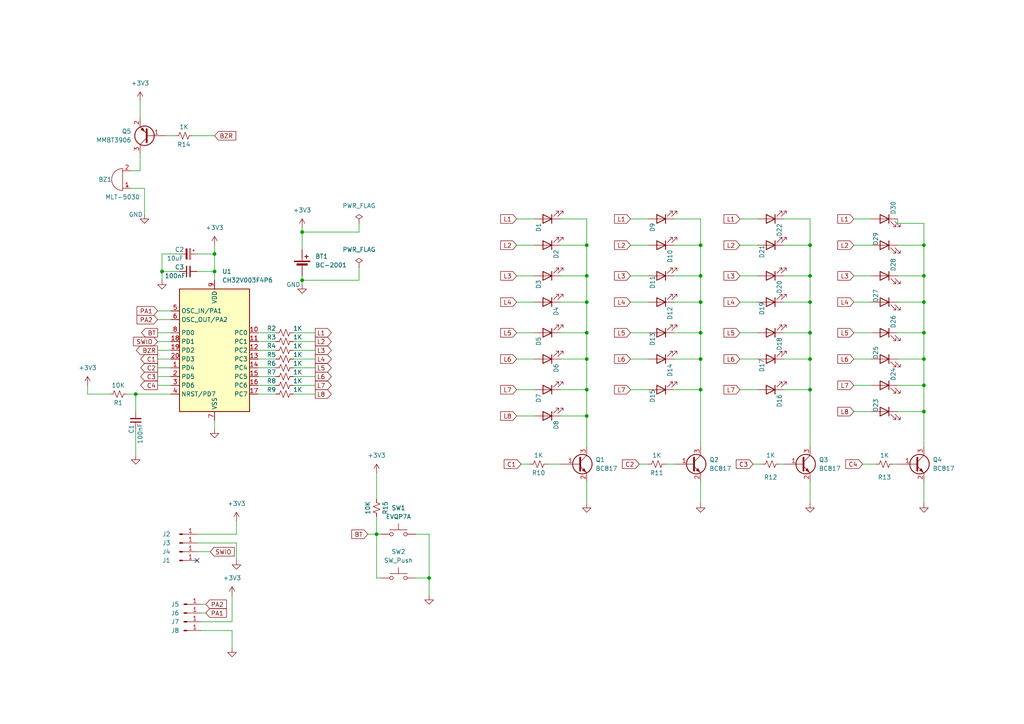
<source format=kicad_sch>
(kicad_sch (version 20230121) (generator eeschema)
  (paper "A4")
  (title_block (title "Christmas Ball") (date "2023-11-22") (rev "1.1") (company "Franzininho") (comment 1 "Fabio Souza"))
  (lib_symbols
    (symbol "Connector:Conn_01x01_Pin" (pin_names (offset 1.016) hide)
      (property "Reference" "J" (at 0 2.54 0))
      (property "Value" "Conn_01x01_Pin" (at 0 -2.54 0))
      (symbol "Conn_01x01_Pin_1_1"
        (polyline (pts (xy 1.27 0) (xy 0.8636 0)) (stroke (width 0.1524)))
        (rectangle (start 0.8636 0.127) (end 0 -0.127) (stroke (width 0.1524)) (fill (type outline)))
        (pin passive line (at 5.08 0 180) (length 3.81) (name "Pin_1") (number "1"))
      )
    )
    (symbol "Device:Battery_Cell" (pin_numbers hide) (pin_names (offset 0) hide)
      (property "Reference" "BT" (at 2.54 2.54 0))
      (property "Value" "Battery_Cell" (at 2.54 0 0))
      (symbol "Battery_Cell_0_1"
        (rectangle (start -2.286 1.778) (end 2.286 1.524) (fill (type outline)))
        (rectangle (start -1.524 1.016) (end 1.524 0.508) (fill (type outline)))
        (polyline (pts (xy 0 0.762) (xy 0 0)))
        (polyline (pts (xy 0 1.778) (xy 0 2.54)))
        (polyline (pts (xy 0.762 3.048) (xy 1.778 3.048)) (stroke (width 0.254)))
        (polyline (pts (xy 1.27 3.556) (xy 1.27 2.54)) (stroke (width 0.254)))
      )
      (symbol "Battery_Cell_1_1"
        (pin passive line (at 0 5.08 270) (length 2.54) (name "+") (number "1"))
        (pin passive line (at 0 -2.54 90) (length 2.54) (name "-") (number "2"))
      )
    )
    (symbol "Device:Buzzer" (pin_names (offset 0.0254) hide)
      (property "Reference" "BZ" (at 3.81 1.27 0))
      (property "Value" "Buzzer" (at 3.81 -1.27 0))
      (symbol "Buzzer_0_1"
        (arc (start 0 -3.175) (mid 3.1612 0) (end 0 3.175))
        (polyline (pts (xy -1.651 1.905) (xy -1.143 1.905)))
        (polyline (pts (xy -1.397 2.159) (xy -1.397 1.651)))
        (polyline (pts (xy 0 3.175) (xy 0 -3.175)))
      )
      (symbol "Buzzer_1_1"
        (pin passive line (at -2.54 2.54 0) (length 2.54) (name "-") (number "1"))
        (pin passive line (at -2.54 -2.54 0) (length 2.54) (name "+") (number "2"))
      )
    )
    (symbol "Device:C_Polarized_Small" (pin_numbers hide) (pin_names (offset 0.254) hide)
      (property "Reference" "C" (at 0.254 1.778 0))
      (property "Value" "C_Polarized_Small" (at 0.254 -2.032 0))
      (symbol "C_Polarized_Small_0_1"
        (rectangle (start -1.524 -0.3048) (end 1.524 -0.6858) (fill (type outline)))
        (rectangle (start -1.524 0.6858) (end 1.524 0.3048))
        (polyline (pts (xy -1.27 1.524) (xy -0.762 1.524)))
        (polyline (pts (xy -1.016 1.27) (xy -1.016 1.778)))
      )
      (symbol "C_Polarized_Small_1_1"
        (pin passive line (at 0 2.54 270) (length 1.8542) (name "~") (number "1"))
        (pin passive line (at 0 -2.54 90) (length 1.8542) (name "~") (number "2"))
      )
    )
    (symbol "Device:C_Small" (pin_numbers hide) (pin_names (offset 0.254) hide)
      (property "Reference" "C" (at 0.254 1.778 0))
      (property "Value" "C_Small" (at 0.254 -2.032 0))
      (symbol "C_Small_0_1"
        (polyline (pts (xy -1.524 -0.508) (xy 1.524 -0.508)) (stroke (width 0.3302)))
        (polyline (pts (xy -1.524 0.508) (xy 1.524 0.508)) (stroke (width 0.3048)))
      )
      (symbol "C_Small_1_1"
        (pin passive line (at 0 2.54 270) (length 2.032) (name "~") (number "1"))
        (pin passive line (at 0 -2.54 90) (length 2.032) (name "~") (number "2"))
      )
    )
    (symbol "Device:LED" (pin_numbers hide) (pin_names (offset 1.016) hide)
      (property "Reference" "D" (at 0 2.54 0))
      (property "Value" "LED" (at 0 -2.54 0))
      (symbol "LED_0_1"
        (polyline (pts (xy -1.27 -1.27) (xy -1.27 1.27)) (stroke (width 0.254)))
        (polyline (pts (xy -1.27 0) (xy 1.27 0)))
        (polyline (pts (xy 1.27 -1.27) (xy 1.27 1.27) (xy -1.27 0) (xy 1.27 -1.27)) (stroke (width 0.254)))
        (polyline (pts (xy -3.048 -0.762) (xy -4.572 -2.286) (xy -3.81 -2.286) (xy -4.572 -2.286) (xy -4.572 -1.524)))
        (polyline (pts (xy -1.778 -0.762) (xy -3.302 -2.286) (xy -2.54 -2.286) (xy -3.302 -2.286) (xy -3.302 -1.524)))
      )
      (symbol "LED_1_1"
        (pin passive line (at -3.81 0 0) (length 2.54) (name "K") (number "1"))
        (pin passive line (at 3.81 0 180) (length 2.54) (name "A") (number "2"))
      )
    )
    (symbol "Device:R_Small_US" (pin_numbers hide) (pin_names (offset 0.254) hide)
      (property "Reference" "R" (at 0.762 0.508 0))
      (property "Value" "R_Small_US" (at 0.762 -1.016 0))
      (symbol "R_Small_US_1_1"
        (polyline (pts (xy 0 0) (xy 1.016 -0.381) (xy 0 -0.762) (xy -1.016 -1.143) (xy 0 -1.524)))
        (polyline (pts (xy 0 1.524) (xy 1.016 1.143) (xy 0 0.762) (xy -1.016 0.381) (xy 0 0)))
        (pin passive line (at 0 2.54 270) (length 1.016) (name "~") (number "1"))
        (pin passive line (at 0 -2.54 90) (length 1.016) (name "~") (number "2"))
      )
    )
    (symbol "Switch:SW_Push" (pin_numbers hide) (pin_names (offset 1.016) hide)
      (property "Reference" "SW" (at 1.27 2.54 0))
      (property "Value" "SW_Push" (at 0 -1.524 0))
      (symbol "SW_Push_0_1"
        (circle (center -2.032 0) (radius 0.508))
        (polyline (pts (xy 0 1.27) (xy 0 3.048)))
        (polyline (pts (xy 2.54 1.27) (xy -2.54 1.27)))
        (circle (center 2.032 0) (radius 0.508))
        (pin passive line (at -5.08 0 0) (length 2.54) (name "1") (number "1"))
        (pin passive line (at 5.08 0 180) (length 2.54) (name "2") (number "2"))
      )
    )
    (symbol "Transistor_BJT:BC817" (pin_names (offset 0) hide)
      (property "Reference" "Q" (at 5.08 1.905 0))
      (property "Value" "BC817" (at 5.08 0 0))
      (symbol "BC817_0_1"
        (polyline (pts (xy 0.635 0.635) (xy 2.54 2.54)))
        (polyline (pts (xy 0.635 -0.635) (xy 2.54 -2.54) (xy 2.54 -2.54)))
        (polyline (pts (xy 0.635 1.905) (xy 0.635 -1.905) (xy 0.635 -1.905)) (stroke (width 0.508)))
        (polyline (pts (xy 1.27 -1.778) (xy 1.778 -1.27) (xy 2.286 -2.286) (xy 1.27 -1.778) (xy 1.27 -1.778)) (fill (type outline)))
        (circle (center 1.27 0) (radius 2.8194) (stroke (width 0.254)))
      )
      (symbol "BC817_1_1"
        (pin input line (at -5.08 0 0) (length 5.715) (name "B") (number "1"))
        (pin passive line (at 2.54 -5.08 90) (length 2.54) (name "E") (number "2"))
        (pin passive line (at 2.54 5.08 270) (length 2.54) (name "C") (number "3"))
      )
    )
    (symbol "Transistor_BJT:MMBT3906" (pin_names (offset 0) hide)
      (property "Reference" "Q" (at 5.08 1.905 0))
      (property "Value" "MMBT3906" (at 5.08 0 0))
      (symbol "MMBT3906_0_1"
        (polyline (pts (xy 0.635 0.635) (xy 2.54 2.54)))
        (polyline (pts (xy 0.635 -0.635) (xy 2.54 -2.54) (xy 2.54 -2.54)))
        (polyline (pts (xy 0.635 1.905) (xy 0.635 -1.905) (xy 0.635 -1.905)) (stroke (width 0.508)))
        (polyline (pts (xy 2.286 -1.778) (xy 1.778 -2.286) (xy 1.27 -1.27) (xy 2.286 -1.778) (xy 2.286 -1.778)) (fill (type outline)))
        (circle (center 1.27 0) (radius 2.8194) (stroke (width 0.254)))
      )
      (symbol "MMBT3906_1_1"
        (pin input line (at -5.08 0 0) (length 5.715) (name "B") (number "1"))
        (pin passive line (at 2.54 -5.08 90) (length 2.54) (name "E") (number "2"))
        (pin passive line (at 2.54 5.08 270) (length 2.54) (name "C") (number "3"))
      )
    )
    (symbol "power:+3V3" (power) (pin_names (offset 0))
      (property "Value" "+3V3" (at 0 3.556 0))
      (symbol "+3V3_0_1"
        (polyline (pts (xy -0.762 1.27) (xy 0 2.54)))
        (polyline (pts (xy 0 0) (xy 0 2.54)))
        (polyline (pts (xy 0 2.54) (xy 0.762 1.27)))
      )
      (symbol "+3V3_1_1"
        (pin power_in line (at 0 0 90) (length 0) hide (name "+3V3") (number "1"))
      )
    )
    (symbol "power:GND" (power) (pin_names (offset 0))
      (property "Value" "GND" (at 0 -3.81 0))
      (symbol "GND_0_1"
        (polyline (pts (xy 0 0) (xy 0 -1.27) (xy 1.27 -1.27) (xy 0 -2.54) (xy -1.27 -1.27) (xy 0 -1.27)))
      )
      (symbol "GND_1_1"
        (pin power_in line (at 0 0 270) (length 0) hide (name "GND") (number "1"))
      )
    )
    (symbol "power:PWR_FLAG" (power) (pin_numbers hide) (pin_names (offset 0) hide)
      (property "Value" "PWR_FLAG" (at 0 3.81 0))
      (symbol "PWR_FLAG_0_0"
        (pin power_out line (at 0 0 90) (length 0) (name "pwr") (number "1"))
      )
      (symbol "PWR_FLAG_0_1"
        (polyline (pts (xy 0 0) (xy 0 1.27) (xy -1.016 1.905) (xy 0 2.54) (xy 1.016 1.905) (xy 0 1.27)))
      )
    )
    (symbol "wch_mcu:CH32V003F4P6"
      (property "Reference" "U" (at 15.24 -24.13 0))
      (property "Value" "CH32V003F4P6" (at 16.51 -21.59 0))
      (symbol "CH32V003F4P6_0_1"
        (rectangle (start -10.16 17.78) (end 10.16 -17.78) (stroke (width 0.254)) (fill (type background)))
      )
      (symbol "CH32V003F4P6_1_1"
        (pin bidirectional line (at -12.7 -5.08 0) (length 2.54) (name "PD4") (number "1"))
        (pin bidirectional line (at 12.7 5.08 180) (length 2.54) (name "PC0") (number "10"))
        (pin bidirectional line (at 12.7 2.54 180) (length 2.54) (name "PC1") (number "11"))
        (pin bidirectional line (at 12.7 0 180) (length 2.54) (name "PC2") (number "12"))
        (pin bidirectional line (at 12.7 -2.54 180) (length 2.54) (name "PC3") (number "13"))
        (pin bidirectional line (at 12.7 -5.08 180) (length 2.54) (name "PC4") (number "14"))
        (pin bidirectional line (at 12.7 -7.62 180) (length 2.54) (name "PC5") (number "15"))
        (pin bidirectional line (at 12.7 -10.16 180) (length 2.54) (name "PC6") (number "16"))
        (pin bidirectional line (at 12.7 -12.7 180) (length 2.54) (name "PC7") (number "17"))
        (pin bidirectional line (at -12.7 2.54 0) (length 2.54) (name "PD1") (number "18"))
        (pin bidirectional line (at -12.7 0 0) (length 2.54) (name "PD2") (number "19"))
        (pin bidirectional line (at -12.7 -7.62 0) (length 2.54) (name "PD5") (number "2"))
        (pin bidirectional line (at -12.7 -2.54 0) (length 2.54) (name "PD3") (number "20"))
        (pin bidirectional line (at -12.7 -10.16 0) (length 2.54) (name "PD6") (number "3"))
        (pin input line (at -12.7 -12.7 0) (length 2.54) (name "NRST/PD7") (number "4"))
        (pin input line (at -12.7 11.43 0) (length 2.54) (name "OSC_IN/PA1") (number "5"))
        (pin input line (at -12.7 8.89 0) (length 2.54) (name "OSC_OUT/PA2") (number "6"))
        (pin power_in line (at 0 -20.32 90) (length 2.54) (name "VSS") (number "7"))
        (pin bidirectional line (at -12.7 5.08 0) (length 2.54) (name "PD0") (number "8"))
        (pin power_in line (at 0 20.32 270) (length 2.54) (name "VDD") (number "9"))
      )
    )
  )
  (junction (at 62.23 73.66))
  (junction (at 170.18 120.65))
  (junction (at 203.2 96.52))
  (junction (at 267.97 96.52))
  (junction (at 124.46 167.64))
  (junction (at 234.95 71.12))
  (junction (at 87.63 67.31))
  (junction (at 267.97 87.63))
  (junction (at 46.99 78.74))
  (junction (at 234.95 104.14))
  (junction (at 39.37 114.3))
  (junction (at 234.95 96.52))
  (junction (at 203.2 87.63))
  (junction (at 170.18 104.14))
  (junction (at 267.97 80.01))
  (junction (at 170.18 96.52))
  (junction (at 203.2 113.03))
  (junction (at 87.63 81.28))
  (junction (at 170.18 113.03))
  (junction (at 170.18 71.12))
  (junction (at 234.95 87.63))
  (junction (at 203.2 71.12))
  (junction (at 267.97 71.12))
  (junction (at 109.22 154.94))
  (junction (at 234.95 80.01))
  (junction (at 203.2 80.01))
  (junction (at 62.23 78.74))
  (junction (at 267.97 119.38))
  (junction (at 170.18 80.01))
  (junction (at 267.97 104.14))
  (junction (at 267.97 111.76))
  (junction (at 170.18 87.63))
  (junction (at 234.95 113.03))
  (junction (at 203.2 104.14))
  (no_connect (at 57.15 162.56))
  (wire (pts (xy 234.95 63.5) (xy 234.95 71.12)))
  (wire (pts (xy 234.95 104.14) (xy 234.95 113.03)))
  (wire (pts (xy 182.88 71.12) (xy 187.96 71.12)))
  (wire (pts (xy 67.31 182.88) (xy 58.42 182.88)))
  (wire (pts (xy 62.23 39.37) (xy 55.88 39.37)))
  (wire (pts (xy 68.58 157.48) (xy 68.58 162.56)))
  (wire (pts (xy 195.58 80.01) (xy 203.2 80.01)))
  (wire (pts (xy 124.46 154.94) (xy 120.65 154.94)))
  (wire (pts (xy 227.33 104.14) (xy 234.95 104.14)))
  (wire (pts (xy 45.72 92.71) (xy 49.53 92.71)))
  (wire (pts (xy 45.72 90.17) (xy 49.53 90.17)))
  (wire (pts (xy 227.33 87.63) (xy 234.95 87.63)))
  (wire (pts (xy 195.58 71.12) (xy 203.2 71.12)))
  (wire (pts (xy 267.97 80.01) (xy 267.97 87.63)))
  (wire (pts (xy 74.93 101.6) (xy 80.01 101.6)))
  (wire (pts (xy 214.63 63.5) (xy 219.71 63.5)))
  (wire (pts (xy 214.63 71.12) (xy 219.71 71.12)))
  (wire (pts (xy 74.93 96.52) (xy 80.01 96.52)))
  (wire (pts (xy 195.58 113.03) (xy 203.2 113.03)))
  (wire (pts (xy 87.63 80.01) (xy 87.63 81.28)))
  (wire (pts (xy 234.95 71.12) (xy 234.95 80.01)))
  (wire (pts (xy 87.63 81.28) (xy 87.63 82.55)))
  (wire (pts (xy 62.23 124.46) (xy 62.23 121.92)))
  (wire (pts (xy 106.68 154.94) (xy 109.22 154.94)))
  (wire (pts (xy 45.72 109.22) (xy 49.53 109.22)))
  (wire (pts (xy 170.18 120.65) (xy 170.18 129.54)))
  (wire (pts (xy 182.88 80.01) (xy 187.96 80.01)))
  (wire (pts (xy 85.09 109.22) (xy 91.44 109.22)))
  (wire (pts (xy 234.95 80.01) (xy 234.95 87.63)))
  (wire (pts (xy 214.63 113.03) (xy 219.71 113.03)))
  (wire (pts (xy 260.35 96.52) (xy 267.97 96.52)))
  (wire (pts (xy 260.35 111.76) (xy 267.97 111.76)))
  (wire (pts (xy 68.58 151.13) (xy 68.58 154.94)))
  (wire (pts (xy 151.13 134.62) (xy 153.67 134.62)))
  (wire (pts (xy 252.73 71.12) (xy 247.65 71.12)))
  (wire (pts (xy 85.09 111.76) (xy 91.44 111.76)))
  (wire (pts (xy 182.88 104.14) (xy 187.96 104.14)))
  (wire (pts (xy 74.93 106.68) (xy 80.01 106.68)))
  (wire (pts (xy 247.65 80.01) (xy 252.73 80.01)))
  (wire (pts (xy 267.97 87.63) (xy 267.97 96.52)))
  (wire (pts (xy 260.35 71.12) (xy 267.97 71.12)))
  (wire (pts (xy 214.63 96.52) (xy 219.71 96.52)))
  (wire (pts (xy 57.15 73.66) (xy 62.23 73.66)))
  (wire (pts (xy 36.83 114.3) (xy 39.37 114.3)))
  (wire (pts (xy 62.23 73.66) (xy 62.23 78.74)))
  (wire (pts (xy 46.99 73.66) (xy 46.99 78.74)))
  (wire (pts (xy 62.23 78.74) (xy 62.23 81.28)))
  (wire (pts (xy 267.97 71.12) (xy 267.97 80.01)))
  (wire (pts (xy 149.86 87.63) (xy 154.94 87.63)))
  (wire (pts (xy 267.97 146.05) (xy 267.97 139.7)))
  (wire (pts (xy 57.15 157.48) (xy 68.58 157.48)))
  (wire (pts (xy 45.72 96.52) (xy 49.53 96.52)))
  (wire (pts (xy 49.53 114.3) (xy 39.37 114.3)))
  (wire (pts (xy 85.09 101.6) (xy 91.44 101.6)))
  (wire (pts (xy 162.56 113.03) (xy 170.18 113.03)))
  (wire (pts (xy 67.31 172.72) (xy 67.31 180.34)))
  (wire (pts (xy 109.22 167.64) (xy 109.22 154.94)))
  (wire (pts (xy 39.37 124.46) (xy 39.37 132.08)))
  (wire (pts (xy 58.42 177.8) (xy 59.69 177.8)))
  (wire (pts (xy 260.35 63.5) (xy 260.35 64.77)))
  (wire (pts (xy 85.09 104.14) (xy 91.44 104.14)))
  (wire (pts (xy 149.86 104.14) (xy 154.94 104.14)))
  (wire (pts (xy 203.2 63.5) (xy 203.2 71.12)))
  (wire (pts (xy 46.99 78.74) (xy 46.99 81.28)))
  (wire (pts (xy 162.56 71.12) (xy 170.18 71.12)))
  (wire (pts (xy 149.86 71.12) (xy 154.94 71.12)))
  (wire (pts (xy 124.46 167.64) (xy 124.46 154.94)))
  (wire (pts (xy 170.18 113.03) (xy 170.18 120.65)))
  (wire (pts (xy 234.95 113.03) (xy 234.95 129.54)))
  (wire (pts (xy 109.22 154.94) (xy 110.49 154.94)))
  (wire (pts (xy 182.88 96.52) (xy 187.96 96.52)))
  (wire (pts (xy 195.58 104.14) (xy 203.2 104.14)))
  (wire (pts (xy 182.88 113.03) (xy 187.96 113.03)))
  (wire (pts (xy 203.2 80.01) (xy 203.2 87.63)))
  (wire (pts (xy 218.44 134.62) (xy 220.98 134.62)))
  (wire (pts (xy 247.65 104.14) (xy 252.73 104.14)))
  (wire (pts (xy 149.86 96.52) (xy 154.94 96.52)))
  (wire (pts (xy 170.18 146.05) (xy 170.18 139.7)))
  (wire (pts (xy 46.99 78.74) (xy 52.07 78.74)))
  (wire (pts (xy 85.09 114.3) (xy 91.44 114.3)))
  (wire (pts (xy 104.14 67.31) (xy 87.63 67.31)))
  (wire (pts (xy 203.2 146.05) (xy 203.2 139.7)))
  (wire (pts (xy 149.86 63.5) (xy 154.94 63.5)))
  (wire (pts (xy 41.91 54.61) (xy 38.1 54.61)))
  (wire (pts (xy 74.93 111.76) (xy 80.01 111.76)))
  (wire (pts (xy 74.93 104.14) (xy 80.01 104.14)))
  (wire (pts (xy 170.18 71.12) (xy 170.18 80.01)))
  (wire (pts (xy 185.42 134.62) (xy 187.96 134.62)))
  (wire (pts (xy 170.18 96.52) (xy 170.18 104.14)))
  (wire (pts (xy 45.72 104.14) (xy 49.53 104.14)))
  (wire (pts (xy 162.56 87.63) (xy 170.18 87.63)))
  (wire (pts (xy 149.86 113.03) (xy 154.94 113.03)))
  (wire (pts (xy 109.22 149.86) (xy 109.22 154.94)))
  (wire (pts (xy 149.86 80.01) (xy 154.94 80.01)))
  (wire (pts (xy 109.22 137.16) (xy 109.22 144.78)))
  (wire (pts (xy 52.07 73.66) (xy 46.99 73.66)))
  (wire (pts (xy 39.37 114.3) (xy 39.37 119.38)))
  (wire (pts (xy 57.15 78.74) (xy 62.23 78.74)))
  (wire (pts (xy 162.56 96.52) (xy 170.18 96.52)))
  (wire (pts (xy 170.18 104.14) (xy 170.18 113.03)))
  (wire (pts (xy 87.63 67.31) (xy 87.63 72.39)))
  (wire (pts (xy 260.35 80.01) (xy 267.97 80.01)))
  (wire (pts (xy 247.65 96.52) (xy 252.73 96.52)))
  (wire (pts (xy 41.91 62.23) (xy 41.91 54.61)))
  (wire (pts (xy 250.19 134.62) (xy 254 134.62)))
  (wire (pts (xy 203.2 113.03) (xy 203.2 129.54)))
  (wire (pts (xy 234.95 96.52) (xy 234.95 104.14)))
  (wire (pts (xy 260.35 87.63) (xy 267.97 87.63)))
  (wire (pts (xy 40.64 29.21) (xy 40.64 34.29)))
  (wire (pts (xy 85.09 96.52) (xy 91.44 96.52)))
  (wire (pts (xy 110.49 167.64) (xy 109.22 167.64)))
  (wire (pts (xy 252.73 63.5) (xy 247.65 63.5)))
  (wire (pts (xy 67.31 187.96) (xy 67.31 182.88)))
  (wire (pts (xy 162.56 80.01) (xy 170.18 80.01)))
  (wire (pts (xy 45.72 101.6) (xy 49.53 101.6)))
  (wire (pts (xy 214.63 87.63) (xy 219.71 87.63)))
  (wire (pts (xy 62.23 71.12) (xy 62.23 73.66)))
  (wire (pts (xy 227.33 80.01) (xy 234.95 80.01)))
  (wire (pts (xy 234.95 146.05) (xy 234.95 139.7)))
  (wire (pts (xy 74.93 114.3) (xy 80.01 114.3)))
  (wire (pts (xy 260.35 104.14) (xy 267.97 104.14)))
  (wire (pts (xy 193.04 134.62) (xy 195.58 134.62)))
  (wire (pts (xy 85.09 106.68) (xy 91.44 106.68)))
  (wire (pts (xy 203.2 71.12) (xy 203.2 80.01)))
  (wire (pts (xy 267.97 104.14) (xy 267.97 111.76)))
  (wire (pts (xy 158.75 134.62) (xy 162.56 134.62)))
  (wire (pts (xy 234.95 87.63) (xy 234.95 96.52)))
  (wire (pts (xy 124.46 172.72) (xy 124.46 167.64)))
  (wire (pts (xy 74.93 109.22) (xy 80.01 109.22)))
  (wire (pts (xy 104.14 81.28) (xy 87.63 81.28)))
  (wire (pts (xy 260.35 119.38) (xy 267.97 119.38)))
  (wire (pts (xy 67.31 180.34) (xy 58.42 180.34)))
  (wire (pts (xy 48.26 39.37) (xy 50.8 39.37)))
  (wire (pts (xy 170.18 80.01) (xy 170.18 87.63)))
  (wire (pts (xy 227.33 113.03) (xy 234.95 113.03)))
  (wire (pts (xy 104.14 77.47) (xy 104.14 81.28)))
  (wire (pts (xy 214.63 104.14) (xy 219.71 104.14)))
  (wire (pts (xy 162.56 120.65) (xy 170.18 120.65)))
  (wire (pts (xy 195.58 63.5) (xy 203.2 63.5)))
  (wire (pts (xy 260.35 64.77) (xy 267.97 64.77)))
  (wire (pts (xy 40.64 49.53) (xy 38.1 49.53)))
  (wire (pts (xy 45.72 106.68) (xy 49.53 106.68)))
  (wire (pts (xy 74.93 99.06) (xy 80.01 99.06)))
  (wire (pts (xy 203.2 96.52) (xy 203.2 104.14)))
  (wire (pts (xy 162.56 63.5) (xy 170.18 63.5)))
  (wire (pts (xy 104.14 64.77) (xy 104.14 67.31)))
  (wire (pts (xy 267.97 111.76) (xy 267.97 119.38)))
  (wire (pts (xy 267.97 96.52) (xy 267.97 104.14)))
  (wire (pts (xy 267.97 119.38) (xy 267.97 129.54)))
  (wire (pts (xy 203.2 104.14) (xy 203.2 113.03)))
  (wire (pts (xy 87.63 66.04) (xy 87.63 67.31)))
  (wire (pts (xy 40.64 44.45) (xy 40.64 49.53)))
  (wire (pts (xy 182.88 87.63) (xy 187.96 87.63)))
  (wire (pts (xy 170.18 63.5) (xy 170.18 71.12)))
  (wire (pts (xy 195.58 96.52) (xy 203.2 96.52)))
  (wire (pts (xy 68.58 154.94) (xy 57.15 154.94)))
  (wire (pts (xy 247.65 87.63) (xy 252.73 87.63)))
  (wire (pts (xy 45.72 99.06) (xy 49.53 99.06)))
  (wire (pts (xy 25.4 114.3) (xy 25.4 111.76)))
  (wire (pts (xy 170.18 87.63) (xy 170.18 96.52)))
  (wire (pts (xy 182.88 63.5) (xy 187.96 63.5)))
  (wire (pts (xy 203.2 87.63) (xy 203.2 96.52)))
  (wire (pts (xy 45.72 111.76) (xy 49.53 111.76)))
  (wire (pts (xy 227.33 71.12) (xy 234.95 71.12)))
  (wire (pts (xy 227.33 96.52) (xy 234.95 96.52)))
  (wire (pts (xy 149.86 120.65) (xy 154.94 120.65)))
  (wire (pts (xy 60.96 160.02) (xy 57.15 160.02)))
  (wire (pts (xy 162.56 104.14) (xy 170.18 104.14)))
  (wire (pts (xy 252.73 111.76) (xy 247.65 111.76)))
  (wire (pts (xy 195.58 87.63) (xy 203.2 87.63)))
  (wire (pts (xy 58.42 175.26) (xy 59.69 175.26)))
  (wire (pts (xy 252.73 119.38) (xy 247.65 119.38)))
  (wire (pts (xy 214.63 80.01) (xy 219.71 80.01)))
  (wire (pts (xy 226.06 134.62) (xy 227.33 134.62)))
  (wire (pts (xy 259.08 134.62) (xy 260.35 134.62)))
  (wire (pts (xy 227.33 63.5) (xy 234.95 63.5)))
  (wire (pts (xy 31.75 114.3) (xy 25.4 114.3)))
  (wire (pts (xy 85.09 99.06) (xy 91.44 99.06)))
  (wire (pts (xy 267.97 64.77) (xy 267.97 71.12)))
  (wire (pts (xy 120.65 167.64) (xy 124.46 167.64)))
  (global_label "PA2" (shape input) (at 59.69 175.26 0) (property "Intersheetrefs" "${INTERSHEET_REFS}" (effects hide)))
  (global_label "L5" (shape output) (at 91.44 106.68 0) (property "Intersheetrefs" "${INTERSHEET_REFS}" (effects hide)))
  (global_label "C1" (shape output) (at 45.72 104.14 180) (property "Intersheetrefs" "${INTERSHEET_REFS}" (effects hide)))
  (global_label "L3" (shape input) (at 247.65 80.01 180) (property "Intersheetrefs" "${INTERSHEET_REFS}" (effects hide)))
  (global_label "C4" (shape output) (at 45.72 111.76 180) (property "Intersheetrefs" "${INTERSHEET_REFS}" (effects hide)))
  (global_label "L4" (shape output) (at 91.44 104.14 0) (property "Intersheetrefs" "${INTERSHEET_REFS}" (effects hide)))
  (global_label "L7" (shape input) (at 182.88 113.03 180) (property "Intersheetrefs" "${INTERSHEET_REFS}" (effects hide)))
  (global_label "L6" (shape input) (at 182.88 104.14 180) (property "Intersheetrefs" "${INTERSHEET_REFS}" (effects hide)))
  (global_label "L1" (shape input) (at 247.65 63.5 180) (property "Intersheetrefs" "${INTERSHEET_REFS}" (effects hide)))
  (global_label "L5" (shape input) (at 182.88 96.52 180) (property "Intersheetrefs" "${INTERSHEET_REFS}" (effects hide)))
  (global_label "L6" (shape input) (at 214.63 104.14 180) (property "Intersheetrefs" "${INTERSHEET_REFS}" (effects hide)))
  (global_label "L8" (shape input) (at 149.86 120.65 180) (property "Intersheetrefs" "${INTERSHEET_REFS}" (effects hide)))
  (global_label "L5" (shape input) (at 214.63 96.52 180) (property "Intersheetrefs" "${INTERSHEET_REFS}" (effects hide)))
  (global_label "L2" (shape input) (at 182.88 71.12 180) (property "Intersheetrefs" "${INTERSHEET_REFS}" (effects hide)))
  (global_label "L6" (shape input) (at 247.65 104.14 180) (property "Intersheetrefs" "${INTERSHEET_REFS}" (effects hide)))
  (global_label "C1" (shape input) (at 151.13 134.62 180) (property "Intersheetrefs" "${INTERSHEET_REFS}" (effects hide)))
  (global_label "C3" (shape output) (at 45.72 109.22 180) (property "Intersheetrefs" "${INTERSHEET_REFS}" (effects hide)))
  (global_label "L1" (shape output) (at 91.44 96.52 0) (property "Intersheetrefs" "${INTERSHEET_REFS}" (effects hide)))
  (global_label "BT" (shape input) (at 106.68 154.94 180) (property "Intersheetrefs" "${INTERSHEET_REFS}" (effects hide)))
  (global_label "C2" (shape input) (at 185.42 134.62 180) (property "Intersheetrefs" "${INTERSHEET_REFS}" (effects hide)))
  (global_label "L3" (shape output) (at 91.44 101.6 0) (property "Intersheetrefs" "${INTERSHEET_REFS}" (effects hide)))
  (global_label "L5" (shape input) (at 149.86 96.52 180) (property "Intersheetrefs" "${INTERSHEET_REFS}" (effects hide)))
  (global_label "L5" (shape input) (at 247.65 96.52 180) (property "Intersheetrefs" "${INTERSHEET_REFS}" (effects hide)))
  (global_label "L8" (shape input) (at 247.65 119.38 180) (property "Intersheetrefs" "${INTERSHEET_REFS}" (effects hide)))
  (global_label "L7" (shape output) (at 91.44 111.76 0) (property "Intersheetrefs" "${INTERSHEET_REFS}" (effects hide)))
  (global_label "L4" (shape input) (at 182.88 87.63 180) (property "Intersheetrefs" "${INTERSHEET_REFS}" (effects hide)))
  (global_label "L1" (shape input) (at 182.88 63.5 180) (property "Intersheetrefs" "${INTERSHEET_REFS}" (effects hide)))
  (global_label "BZR" (shape input) (at 62.23 39.37 0) (property "Intersheetrefs" "${INTERSHEET_REFS}" (effects hide)))
  (global_label "C3" (shape input) (at 218.44 134.62 180) (property "Intersheetrefs" "${INTERSHEET_REFS}" (effects hide)))
  (global_label "BZR" (shape output) (at 45.72 101.6 180) (property "Intersheetrefs" "${INTERSHEET_REFS}" (effects hide)))
  (global_label "L3" (shape input) (at 182.88 80.01 180) (property "Intersheetrefs" "${INTERSHEET_REFS}" (effects hide)))
  (global_label "PA1" (shape input) (at 59.69 177.8 0) (property "Intersheetrefs" "${INTERSHEET_REFS}" (effects hide)))
  (global_label "L1" (shape input) (at 149.86 63.5 180) (property "Intersheetrefs" "${INTERSHEET_REFS}" (effects hide)))
  (global_label "SWIO" (shape input) (at 45.72 99.06 180) (property "Intersheetrefs" "${INTERSHEET_REFS}" (effects hide)))
  (global_label "L2" (shape input) (at 247.65 71.12 180) (property "Intersheetrefs" "${INTERSHEET_REFS}" (effects hide)))
  (global_label "SWIO" (shape input) (at 60.96 160.02 0) (property "Intersheetrefs" "${INTERSHEET_REFS}" (effects hide)))
  (global_label "L7" (shape input) (at 214.63 113.03 180) (property "Intersheetrefs" "${INTERSHEET_REFS}" (effects hide)))
  (global_label "L4" (shape input) (at 247.65 87.63 180) (property "Intersheetrefs" "${INTERSHEET_REFS}" (effects hide)))
  (global_label "BT" (shape output) (at 45.72 96.52 180) (property "Intersheetrefs" "${INTERSHEET_REFS}" (effects hide)))
  (global_label "C2" (shape output) (at 45.72 106.68 180) (property "Intersheetrefs" "${INTERSHEET_REFS}" (effects hide)))
  (global_label "L7" (shape input) (at 247.65 111.76 180) (property "Intersheetrefs" "${INTERSHEET_REFS}" (effects hide)))
  (global_label "L3" (shape input) (at 214.63 80.01 180) (property "Intersheetrefs" "${INTERSHEET_REFS}" (effects hide)))
  (global_label "C4" (shape input) (at 250.19 134.62 180) (property "Intersheetrefs" "${INTERSHEET_REFS}" (effects hide)))
  (global_label "L2" (shape input) (at 149.86 71.12 180) (property "Intersheetrefs" "${INTERSHEET_REFS}" (effects hide)))
  (global_label "L2" (shape input) (at 214.63 71.12 180) (property "Intersheetrefs" "${INTERSHEET_REFS}" (effects hide)))
  (global_label "L8" (shape output) (at 91.44 114.3 0) (property "Intersheetrefs" "${INTERSHEET_REFS}" (effects hide)))
  (global_label "L2" (shape output) (at 91.44 99.06 0) (property "Intersheetrefs" "${INTERSHEET_REFS}" (effects hide)))
  (global_label "PA1" (shape input) (at 45.72 90.17 180) (property "Intersheetrefs" "${INTERSHEET_REFS}" (effects hide)))
  (global_label "L6" (shape input) (at 149.86 104.14 180) (property "Intersheetrefs" "${INTERSHEET_REFS}" (effects hide)))
  (global_label "L1" (shape input) (at 214.63 63.5 180) (property "Intersheetrefs" "${INTERSHEET_REFS}" (effects hide)))
  (global_label "L4" (shape input) (at 214.63 87.63 180) (property "Intersheetrefs" "${INTERSHEET_REFS}" (effects hide)))
  (global_label "L4" (shape input) (at 149.86 87.63 180) (property "Intersheetrefs" "${INTERSHEET_REFS}" (effects hide)))
  (global_label "PA2" (shape input) (at 45.72 92.71 180) (property "Intersheetrefs" "${INTERSHEET_REFS}" (effects hide)))
  (global_label "L7" (shape input) (at 149.86 113.03 180) (property "Intersheetrefs" "${INTERSHEET_REFS}" (effects hide)))
  (global_label "L3" (shape input) (at 149.86 80.01 180) (property "Intersheetrefs" "${INTERSHEET_REFS}" (effects hide)))
  (global_label "L6" (shape output) (at 91.44 109.22 0) (property "Intersheetrefs" "${INTERSHEET_REFS}" (effects hide)))
  (symbol (lib_id "Device:R_Small_US") (at 82.55 106.68 90) (unit 1)
    (property "Reference" "R6" (at 78.74 105.41 90))
    (property "Value" "1K" (at 86.36 105.41 90))
    (property "Footprint" "Resistor_SMD:R_0603_1608Metric_Pad0.98x0.95mm_HandSolder" (effects hide))
    (property "LCSC" "C21190" (effects hide))
  )
  (symbol (lib_id "Device:R_Small_US") (at 82.55 101.6 90) (unit 1)
    (property "Reference" "R4" (at 78.74 100.33 90))
    (property "Value" "1K" (at 86.36 100.33 90))
    (property "Footprint" "Resistor_SMD:R_0603_1608Metric_Pad0.98x0.95mm_HandSolder" (effects hide))
    (property "LCSC" "C21190" (effects hide))
  )
  (symbol (lib_id "Device:LED") (at 158.75 120.65 180) (unit 1)
    (property "Reference" "D8" (at 161.29 121.92 90) (effects (justify left)))
    (property "Value" "e17-21SURC/S530-A3/TR8" (effects hide))
    (property "Footprint" "LED_SMD:LED_0805_2012Metric" (effects hide))
    (property "LCSC" "C72037" (effects hide))
  )
  (symbol (lib_id "power:GND") (at 170.18 146.05 0) (unit 1)
    (property "Reference" "#PWR010" (effects hide))
    (property "Value" "GND" (effects hide))
  )
  (symbol (lib_id "Device:LED") (at 158.75 104.14 180) (unit 1)
    (property "Reference" "D6" (at 161.29 105.41 90) (effects (justify left)))
    (property "Value" "NCD0805G1" (effects hide))
    (property "Footprint" "LED_SMD:LED_0805_2012Metric" (effects hide))
    (property "LCSC" "C84260" (effects hide))
  )
  (symbol (lib_id "Device:R_Small_US") (at 82.55 109.22 90) (unit 1)
    (property "Reference" "R7" (at 78.74 107.95 90))
    (property "Value" "1K" (at 86.36 107.95 90))
    (property "Footprint" "Resistor_SMD:R_0603_1608Metric_Pad0.98x0.95mm_HandSolder" (effects hide))
    (property "LCSC" "C21190" (effects hide))
  )
  (symbol (lib_id "Device:Battery_Cell") (at 87.63 77.47 0) (unit 1)
    (property "Reference" "BT1" (at 91.44 74.3585 0) (effects (justify left)))
    (property "Value" "BC-2001" (at 91.44 76.8985 0) (effects (justify left)))
    (property "Footprint" "Battery:BatteryHolder_Keystone_3002_1x2032" (effects hide))
    (property "Datasheet" "https://octopart.com/bc-2001-multicomp-21274013" (effects hide))
  )
  (symbol (lib_id "Device:LED") (at 223.52 104.14 180) (unit 1)
    (property "Reference" "D17" (at 220.98 107.95 90) (effects (justify right)))
    (property "Value" "e17-21SURC/S530-A3/TR8" (effects hide))
    (property "Footprint" "LED_SMD:LED_0805_2012Metric" (effects hide))
    (property "LCSC" "C72037" (effects hide))
  )
  (symbol (lib_id "Device:LED") (at 256.54 96.52 0) (mirror y) (unit 1)
    (property "Reference" "D26" (at 259.08 95.25 90) (effects (justify left)))
    (property "Value" "e17-21SURC/S530-A3/TR8" (effects hide))
    (property "Footprint" "LED_SMD:LED_0805_2012Metric" (effects hide))
    (property "LCSC" "C72037" (effects hide))
  )
  (symbol (lib_id "power:+3V3") (at 25.4 111.76 0) (unit 1)
    (property "Reference" "#PWR01" (effects hide))
    (property "Value" "+3V3" (at 25.4 106.68 0))
  )
  (symbol (lib_id "power:GND") (at 68.58 162.56 0) (unit 1)
    (property "Reference" "#PWR07" (effects hide))
    (property "Value" "GND" (effects hide))
  )
  (symbol (lib_id "Device:LED") (at 256.54 80.01 0) (mirror y) (unit 1)
    (property "Reference" "D28" (at 259.08 78.74 90) (effects (justify left)))
    (property "Value" "NCD0805G1" (effects hide))
    (property "Footprint" "LED_SMD:LED_0805_2012Metric" (effects hide))
    (property "LCSC" "C84260" (effects hide))
  )
  (symbol (lib_id "wch_mcu:CH32V003F4P6") (at 62.23 101.6 0) (unit 1)
    (property "Reference" "U1" (at 64.4241 78.74 0) (effects (justify left)))
    (property "Value" "CH32V003F4P6" (at 64.4241 81.28 0) (effects (justify left)))
    (property "Footprint" "Package_SO:TSSOP-20_4.4x6.5mm_P0.65mm" (effects hide))
    (property "Datasheet" "http://www.wch-ic.com/downloads/CH32V003DS0_PDF.html" (effects hide))
  )
  (symbol (lib_id "Device:LED") (at 191.77 71.12 180) (unit 1)
    (property "Reference" "D10" (at 194.31 72.39 90) (effects (justify left)))
    (property "Value" "D-B080508B1-KS2" (effects hide))
    (property "Footprint" "LED_SMD:LED_0805_2012Metric" (effects hide))
    (property "LCSC" "C108412" (effects hide))
  )
  (symbol (lib_id "Device:R_Small_US") (at 82.55 104.14 90) (unit 1)
    (property "Reference" "R5" (at 78.74 102.87 90))
    (property "Value" "1K" (at 86.36 102.87 90))
    (property "Footprint" "Resistor_SMD:R_0603_1608Metric_Pad0.98x0.95mm_HandSolder" (effects hide))
    (property "LCSC" "C21190" (effects hide))
  )
  (symbol (lib_id "Connector:Conn_01x01_Pin") (at 53.34 177.8 0) (unit 1) (in_bom no)
    (property "Reference" "J6" (at 50.8 177.8 0))
    (property "Value" "Conn_01x01_Pin" (effects hide))
    (property "Footprint" "TestPoint:TestPoint_Pad_D1.0mm" (effects hide))
  )
  (symbol (lib_id "Device:LED") (at 158.75 96.52 180) (unit 1)
    (property "Reference" "D5" (at 156.21 100.33 90) (effects (justify right)))
    (property "Value" "e17-21SURC/S530-A3/TR8" (effects hide))
    (property "Footprint" "LED_SMD:LED_0805_2012Metric" (effects hide))
    (property "LCSC" "C72037" (effects hide))
  )
  (symbol (lib_id "Device:LED") (at 158.75 63.5 180) (unit 1)
    (property "Reference" "D1" (at 156.21 67.31 90) (effects (justify right)))
    (property "Value" "D-B080508B1-KS2" (effects hide))
    (property "Footprint" "LED_SMD:LED_0805_2012Metric" (effects hide))
    (property "LCSC" "C108412" (effects hide))
  )
  (symbol (lib_id "power:+3V3") (at 67.31 172.72 0) (unit 1)
    (property "Reference" "#PWR019" (effects hide))
    (property "Value" "+3V3" (at 67.31 167.64 0))
  )
  (symbol (lib_id "Device:C_Small") (at 39.37 121.92 180) (unit 1)
    (property "Reference" "C1" (at 38.1 124.46 90))
    (property "Value" "100nF" (at 40.64 125.73 90))
    (property "Footprint" "Capacitor_SMD:C_0603_1608Metric_Pad1.08x0.95mm_HandSolder" (effects hide))
    (property "LCSC" "C14663" (effects hide))
  )
  (symbol (lib_id "power:GND") (at 67.31 187.96 0) (unit 1)
    (property "Reference" "#PWR018" (effects hide))
    (property "Value" "GND" (effects hide))
  )
  (symbol (lib_id "power:+3V3") (at 87.63 66.04 0) (unit 1)
    (property "Reference" "#PWR08" (effects hide))
    (property "Value" "+3V3" (at 87.63 60.96 0))
  )
  (symbol (lib_id "power:GND") (at 124.46 172.72 0) (unit 1)
    (property "Reference" "#PWR016" (effects hide))
    (property "Value" "GND" (effects hide))
  )
  (symbol (lib_id "Switch:SW_Push") (at 115.57 167.64 0) (unit 1)
    (property "Reference" "SW2" (at 115.57 160.02 0))
    (property "Value" "SW_Push" (at 115.57 162.56 0))
    (property "Footprint" "Button_Switch_SMD:SW_Push_1P1T_NO_6x6mm_H9.5mm" (effects hide))
    (property "Datasheet" "https://www.lcsc.com/product-detail/Tactile-Switches_Made-in-China-C23873_C23873.html" (effects hide))
    (property "LCSC" "C191626" (effects hide))
  )
  (symbol (lib_id "power:GND") (at 87.63 82.55 0) (unit 1)
    (property "Reference" "#PWR09" (effects hide))
    (property "Value" "GND" (at 85.09 82.55 0))
  )
  (symbol (lib_id "Device:R_Small_US") (at 223.52 134.62 90) (unit 1)
    (property "Reference" "R12" (at 223.52 138.43 90))
    (property "Value" "1K" (at 223.52 132.08 90))
    (property "Footprint" "Resistor_SMD:R_0603_1608Metric_Pad0.98x0.95mm_HandSolder" (effects hide))
    (property "LCSC" "C21190" (effects hide))
  )
  (symbol (lib_id "Transistor_BJT:BC817") (at 167.64 134.62 0) (unit 1)
    (property "Reference" "Q1" (at 172.72 133.35 0) (effects (justify left)))
    (property "Value" "BC817" (at 172.72 135.89 0) (effects (justify left)))
    (property "Footprint" "Package_TO_SOT_SMD:SOT-23" (effects hide))
    (property "Datasheet" "https://www.onsemi.com/pub/Collateral/BC818-D.pdf" (effects hide))
    (property "LCSC" "C94412" (effects hide))
  )
  (symbol (lib_id "Connector:Conn_01x01_Pin") (at 53.34 175.26 0) (unit 1) (in_bom no)
    (property "Reference" "J5" (at 50.8 175.26 0))
    (property "Value" "Conn_01x01_Pin" (effects hide))
    (property "Footprint" "TestPoint:TestPoint_Pad_D1.0mm" (effects hide))
  )
  (symbol (lib_id "power:PWR_FLAG") (at 104.14 77.47 0) (unit 1)
    (property "Reference" "#FLG02" (effects hide))
    (property "Value" "PWR_FLAG" (at 104.14 72.39 0))
  )
  (symbol (lib_id "power:GND") (at 203.2 146.05 0) (unit 1)
    (property "Reference" "#PWR011" (effects hide))
    (property "Value" "GND" (effects hide))
  )
  (symbol (lib_id "Device:LED") (at 191.77 113.03 180) (unit 1)
    (property "Reference" "D15" (at 189.23 116.84 90) (effects (justify right)))
    (property "Value" "NCD0805G1" (effects hide))
    (property "Footprint" "LED_SMD:LED_0805_2012Metric" (effects hide))
    (property "LCSC" "C84260" (effects hide))
  )
  (symbol (lib_id "Connector:Conn_01x01_Pin") (at 52.07 157.48 0) (unit 1) (in_bom no)
    (property "Reference" "J3" (at 48.26 157.48 0))
    (property "Value" "Conn_01x01_Pin" (effects hide))
    (property "Footprint" "TestPoint:TestPoint_Pad_D1.5mm" (effects hide))
  )
  (symbol (lib_id "power:+3V3") (at 109.22 137.16 0) (unit 1)
    (property "Reference" "#PWR017" (effects hide))
    (property "Value" "+3V3" (at 109.22 132.08 0))
  )
  (symbol (lib_id "power:GND") (at 267.97 146.05 0) (unit 1)
    (property "Reference" "#PWR013" (effects hide))
    (property "Value" "GND" (effects hide))
  )
  (symbol (lib_id "Device:R_Small_US") (at 256.54 134.62 90) (unit 1)
    (property "Reference" "R13" (at 256.54 138.43 90))
    (property "Value" "1K" (at 256.54 132.08 90))
    (property "Footprint" "Resistor_SMD:R_0603_1608Metric_Pad0.98x0.95mm_HandSolder" (effects hide))
    (property "LCSC" "C21190" (effects hide))
  )
  (symbol (lib_id "power:GND") (at 39.37 132.08 0) (unit 1)
    (property "Reference" "#PWR02" (effects hide))
    (property "Value" "GND" (effects hide))
  )
  (symbol (lib_id "power:GND") (at 41.91 62.23 0) (unit 1)
    (property "Reference" "#PWR014" (effects hide))
    (property "Value" "GND" (at 39.37 62.23 0))
  )
  (symbol (lib_id "power:+3V3") (at 40.64 29.21 0) (unit 1)
    (property "Reference" "#PWR015" (effects hide))
    (property "Value" "+3V3" (at 40.64 24.13 0))
  )
  (symbol (lib_id "Device:LED") (at 158.75 113.03 180) (unit 1)
    (property "Reference" "D7" (at 156.21 116.84 90) (effects (justify right)))
    (property "Value" "D-B080508B1-KS2" (effects hide))
    (property "Footprint" "LED_SMD:LED_0805_2012Metric" (effects hide))
    (property "LCSC" "C108412" (effects hide))
  )
  (symbol (lib_id "Connector:Conn_01x01_Pin") (at 52.07 160.02 0) (unit 1) (in_bom no)
    (property "Reference" "J4" (at 48.26 160.02 0))
    (property "Value" "Conn_01x01_Pin" (effects hide))
    (property "Footprint" "TestPoint:TestPoint_Pad_D1.5mm" (effects hide))
  )
  (symbol (lib_id "Transistor_BJT:BC817") (at 265.43 134.62 0) (unit 1)
    (property "Reference" "Q4" (at 270.51 133.35 0) (effects (justify left)))
    (property "Value" "BC817" (at 270.51 135.89 0) (effects (justify left)))
    (property "Footprint" "Package_TO_SOT_SMD:SOT-23" (effects hide))
    (property "Datasheet" "https://www.onsemi.com/pub/Collateral/BC818-D.pdf" (effects hide))
    (property "LCSC" "C94412" (effects hide))
  )
  (symbol (lib_id "Device:LED") (at 223.52 63.5 180) (unit 1)
    (property "Reference" "D22" (at 226.06 64.77 90) (effects (justify left)))
    (property "Value" "NCD0805G1" (effects hide))
    (property "Footprint" "LED_SMD:LED_0805_2012Metric" (effects hide))
    (property "LCSC" "C84260" (effects hide))
  )
  (symbol (lib_id "Device:LED") (at 256.54 63.5 0) (mirror y) (unit 1)
    (property "Reference" "D30" (at 259.08 62.23 90) (effects (justify left)))
    (property "Value" "D-B080508B1-KS2" (effects hide))
    (property "Footprint" "LED_SMD:LED_0805_2012Metric" (effects hide))
    (property "LCSC" "C108412" (effects hide))
  )
  (symbol (lib_id "Connector:Conn_01x01_Pin") (at 53.34 182.88 0) (unit 1) (in_bom no)
    (property "Reference" "J8" (at 50.8 182.88 0))
    (property "Value" "Conn_01x01_Pin" (effects hide))
    (property "Footprint" "TestPoint:TestPoint_Pad_D1.0mm" (effects hide))
  )
  (symbol (lib_id "power:GND") (at 234.95 146.05 0) (unit 1)
    (property "Reference" "#PWR012" (effects hide))
    (property "Value" "GND" (effects hide))
  )
  (symbol (lib_id "Device:LED") (at 256.54 71.12 0) (mirror y) (unit 1)
    (property "Reference" "D29" (at 254 67.31 90) (effects (justify right)))
    (property "Value" "e17-21SURC/S530-A3/TR8" (effects hide))
    (property "Footprint" "LED_SMD:LED_0805_2012Metric" (effects hide))
    (property "LCSC" "C72037" (effects hide))
  )
  (symbol (lib_id "Switch:SW_Push") (at 115.57 154.94 0) (unit 1)
    (property "Reference" "SW1" (at 115.57 147.32 0))
    (property "Value" "EVQP7A" (at 115.57 149.86 0))
    (property "Footprint" "Button_Switch_SMD:SW_SPST_EVQP7A" (effects hide))
    (property "Datasheet" "https://www.lcsc.com/product-detail/Tactile-Switches_Made-in-China-C23873_C23873.html" (effects hide))
    (property "LCSC" "C79167" (effects hide))
  )
  (symbol (lib_id "Device:R_Small_US") (at 53.34 39.37 90) (unit 1)
    (property "Reference" "R14" (at 53.34 41.91 90))
    (property "Value" "1K" (at 53.34 36.83 90))
    (property "Footprint" "Resistor_SMD:R_0603_1608Metric_Pad0.98x0.95mm_HandSolder" (effects hide))
    (property "LCSC" "C21190" (effects hide))
  )
  (symbol (lib_id "Device:LED") (at 191.77 87.63 180) (unit 1)
    (property "Reference" "D12" (at 194.31 88.9 90) (effects (justify left)))
    (property "Value" "NCD0805G1" (effects hide))
    (property "Footprint" "LED_SMD:LED_0805_2012Metric" (effects hide))
    (property "LCSC" "C84260" (effects hide))
  )
  (symbol (lib_id "Device:R_Small_US") (at 82.55 99.06 90) (unit 1)
    (property "Reference" "R3" (at 78.74 97.79 90))
    (property "Value" "1K" (at 86.36 97.79 90))
    (property "Footprint" "Resistor_SMD:R_0603_1608Metric_Pad0.98x0.95mm_HandSolder" (effects hide))
    (property "LCSC" "C21190" (effects hide))
  )
  (symbol (lib_id "Device:R_Small_US") (at 82.55 96.52 90) (unit 1)
    (property "Reference" "R2" (at 78.74 95.25 90))
    (property "Value" "1K" (at 86.36 95.25 90))
    (property "Footprint" "Resistor_SMD:R_0603_1608Metric_Pad0.98x0.95mm_HandSolder" (effects hide))
    (property "LCSC" "C21190" (effects hide))
  )
  (symbol (lib_id "Device:C_Polarized_Small") (at 54.61 73.66 270) (unit 1)
    (property "Reference" "C2" (at 52.07 72.39 90))
    (property "Value" "10uF" (at 50.8 74.93 90))
    (property "Footprint" "Capacitor_SMD:C_0805_2012Metric_Pad1.18x1.45mm_HandSolder" (effects hide))
    (property "LCSC" "C15850" (effects hide))
  )
  (symbol (lib_id "power:+3V3") (at 62.23 71.12 0) (unit 1)
    (property "Reference" "#PWR04" (effects hide))
    (property "Value" "+3V3" (at 62.23 66.04 0))
  )
  (symbol (lib_id "Transistor_BJT:BC817") (at 200.66 134.62 0) (unit 1)
    (property "Reference" "Q2" (at 205.74 133.35 0) (effects (justify left)))
    (property "Value" "BC817" (at 205.74 135.89 0) (effects (justify left)))
    (property "Footprint" "Package_TO_SOT_SMD:SOT-23" (effects hide))
    (property "Datasheet" "https://www.onsemi.com/pub/Collateral/BC818-D.pdf" (effects hide))
    (property "LCSC" "C94412" (effects hide))
  )
  (symbol (lib_id "Device:LED") (at 223.52 113.03 180) (unit 1)
    (property "Reference" "D16" (at 226.06 114.3 90) (effects (justify left)))
    (property "Value" "NCD0805G1" (effects hide))
    (property "Footprint" "LED_SMD:LED_0805_2012Metric" (effects hide))
    (property "LCSC" "C84260" (effects hide))
  )
  (symbol (lib_id "Device:R_Small_US") (at 109.22 147.32 180) (unit 1)
    (property "Reference" "R15" (at 111.76 147.32 90))
    (property "Value" "10K" (at 106.68 147.32 90))
    (property "Footprint" "Resistor_SMD:R_0603_1608Metric_Pad0.98x0.95mm_HandSolder" (effects hide))
    (property "LCSC" "C25804" (effects hide))
  )
  (symbol (lib_id "Device:R_Small_US") (at 156.21 134.62 90) (unit 1)
    (property "Reference" "R10" (at 156.21 137.16 90))
    (property "Value" "1K" (at 156.21 132.08 90))
    (property "Footprint" "Resistor_SMD:R_0603_1608Metric_Pad0.98x0.95mm_HandSolder" (effects hide))
    (property "LCSC" "C21190" (effects hide))
  )
  (symbol (lib_id "power:+3V3") (at 68.58 151.13 0) (unit 1)
    (property "Reference" "#PWR06" (effects hide))
    (property "Value" "+3V3" (at 68.58 146.05 0))
  )
  (symbol (lib_id "Device:LED") (at 256.54 87.63 0) (mirror y) (unit 1)
    (property "Reference" "D27" (at 254 83.82 90) (effects (justify right)))
    (property "Value" "D-B080508B1-KS2" (effects hide))
    (property "Footprint" "LED_SMD:LED_0805_2012Metric" (effects hide))
    (property "LCSC" "C108412" (effects hide))
  )
  (symbol (lib_id "Device:LED") (at 223.52 87.63 180) (unit 1)
    (property "Reference" "D19" (at 220.98 91.44 90) (effects (justify right)))
    (property "Value" "NCD0805G1" (effects hide))
    (property "Footprint" "LED_SMD:LED_0805_2012Metric" (effects hide))
    (property "LCSC" "C84260" (effects hide))
  )
  (symbol (lib_id "Device:LED") (at 158.75 80.01 180) (unit 1)
    (property "Reference" "D3" (at 156.21 83.82 90) (effects (justify right)))
    (property "Value" "NCD0805G1" (effects hide))
    (property "Footprint" "LED_SMD:LED_0805_2012Metric" (effects hide))
    (property "LCSC" "C84260" (effects hide))
  )
  (symbol (lib_id "power:PWR_FLAG") (at 104.14 64.77 0) (unit 1)
    (property "Reference" "#FLG01" (effects hide))
    (property "Value" "PWR_FLAG" (at 104.14 59.69 0))
  )
  (symbol (lib_id "Device:LED") (at 191.77 63.5 180) (unit 1)
    (property "Reference" "D9" (at 189.23 67.31 90) (effects (justify right)))
    (property "Value" "NCD0805G1" (effects hide))
    (property "Footprint" "LED_SMD:LED_0805_2012Metric" (effects hide))
    (property "LCSC" "C84260" (effects hide))
  )
  (symbol (lib_id "Device:LED") (at 256.54 119.38 0) (mirror y) (unit 1)
    (property "Reference" "D23" (at 254 115.57 90) (effects (justify right)))
    (property "Value" "e17-21SURC/S530-A3/TR8" (effects hide))
    (property "Footprint" "LED_SMD:LED_0805_2012Metric" (effects hide))
    (property "LCSC" "C72037" (effects hide))
  )
  (symbol (lib_id "Device:R_Small_US") (at 82.55 111.76 90) (unit 1)
    (property "Reference" "R8" (at 78.74 110.49 90))
    (property "Value" "1K" (at 86.36 110.49 90))
    (property "Footprint" "Resistor_SMD:R_0603_1608Metric_Pad0.98x0.95mm_HandSolder" (effects hide))
    (property "LCSC" "C21190" (effects hide))
  )
  (symbol (lib_id "Device:R_Small_US") (at 82.55 114.3 90) (unit 1)
    (property "Reference" "R9" (at 78.74 113.03 90))
    (property "Value" "1K" (at 86.36 113.03 90))
    (property "Footprint" "Resistor_SMD:R_0603_1608Metric_Pad0.98x0.95mm_HandSolder" (effects hide))
    (property "LCSC" "C21190" (effects hide))
  )
  (symbol (lib_id "Device:LED") (at 223.52 96.52 180) (unit 1)
    (property "Reference" "D18" (at 226.06 97.79 90) (effects (justify left)))
    (property "Value" "D-B080508B1-KS2" (effects hide))
    (property "Footprint" "LED_SMD:LED_0805_2012Metric" (effects hide))
    (property "LCSC" "C108412" (effects hide))
  )
  (symbol (lib_id "power:GND") (at 62.23 124.46 0) (unit 1)
    (property "Reference" "#PWR05" (effects hide))
    (property "Value" "GND" (effects hide))
  )
  (symbol (lib_id "Device:LED") (at 191.77 104.14 180) (unit 1)
    (property "Reference" "D14" (at 194.31 105.41 90) (effects (justify left)))
    (property "Value" "e17-21SURC/S530-A3/TR8" (effects hide))
    (property "Footprint" "LED_SMD:LED_0805_2012Metric" (effects hide))
    (property "LCSC" "C72037" (effects hide))
  )
  (symbol (lib_id "Device:LED") (at 191.77 96.52 180) (unit 1)
    (property "Reference" "D13" (at 189.23 100.33 90) (effects (justify right)))
    (property "Value" "D-B080508B1-KS2" (effects hide))
    (property "Footprint" "LED_SMD:LED_0805_2012Metric" (effects hide))
    (property "LCSC" "C108412" (effects hide))
  )
  (symbol (lib_id "Transistor_BJT:BC817") (at 232.41 134.62 0) (unit 1)
    (property "Reference" "Q3" (at 237.49 133.35 0) (effects (justify left)))
    (property "Value" "BC817" (at 237.49 135.89 0) (effects (justify left)))
    (property "Footprint" "Package_TO_SOT_SMD:SOT-23" (effects hide))
    (property "Datasheet" "https://www.onsemi.com/pub/Collateral/BC818-D.pdf" (effects hide))
    (property "LCSC" "C94412" (effects hide))
  )
  (symbol (lib_id "Device:LED") (at 191.77 80.01 180) (unit 1)
    (property "Reference" "D11" (at 189.23 83.82 90) (effects (justify right)))
    (property "Value" "e17-21SURC/S530-A3/TR8" (effects hide))
    (property "Footprint" "LED_SMD:LED_0805_2012Metric" (effects hide))
    (property "LCSC" "C72037" (effects hide))
  )
  (symbol (lib_id "Device:R_Small_US") (at 34.29 114.3 90) (unit 1)
    (property "Reference" "R1" (at 34.29 116.84 90))
    (property "Value" "10K" (at 34.29 111.76 90))
    (property "Footprint" "Resistor_SMD:R_0603_1608Metric_Pad0.98x0.95mm_HandSolder" (effects hide))
    (property "LCSC" "C25804" (effects hide))
  )
  (symbol (lib_id "Device:Buzzer") (at 35.56 52.07 180) (unit 1)
    (property "Reference" "BZ1" (at 30.48 52.07 0))
    (property "Value" "MLT-5030" (at 35.56 57.15 0))
    (property "Footprint" "Library:PassiveBuzzerSMD_JiangsuHuaneng_MLT-5030" (effects hide))
    (property "Datasheet" "https://jlcpcb.com/partdetail/Jiangsu_HuanengElec-MLT5030/C95297" (effects hide))
    (property "LCSC" "C95297" (effects hide))
  )
  (symbol (lib_id "power:GND") (at 46.99 81.28 0) (unit 1)
    (property "Reference" "#PWR03" (effects hide))
    (property "Value" "GND" (effects hide))
  )
  (symbol (lib_id "Connector:Conn_01x01_Pin") (at 52.07 162.56 0) (unit 1) (in_bom no)
    (property "Reference" "J1" (at 48.26 162.56 0))
    (property "Value" "Conn_01x01_Pin" (effects hide))
    (property "Footprint" "TestPoint:TestPoint_Pad_D1.5mm" (effects hide))
  )
  (symbol (lib_id "Device:R_Small_US") (at 190.5 134.62 90) (unit 1)
    (property "Reference" "R11" (at 190.5 137.16 90))
    (property "Value" "1K" (at 190.5 132.08 90))
    (property "Footprint" "Resistor_SMD:R_0603_1608Metric_Pad0.98x0.95mm_HandSolder" (effects hide))
    (property "LCSC" "C21190" (effects hide))
  )
  (symbol (lib_id "Device:C_Small") (at 54.61 78.74 90) (unit 1)
    (property "Reference" "C3" (at 52.07 77.47 90))
    (property "Value" "100nF" (at 50.8 80.01 90))
    (property "Footprint" "Capacitor_SMD:C_0603_1608Metric_Pad1.08x0.95mm_HandSolder" (effects hide))
    (property "LCSC" "C14663" (effects hide))
  )
  (symbol (lib_id "Device:LED") (at 256.54 111.76 0) (mirror y) (unit 1)
    (property "Reference" "D24" (at 259.08 110.49 90) (effects (justify left)))
    (property "Value" "D-B080508B1-KS2" (effects hide))
    (property "Footprint" "LED_SMD:LED_0805_2012Metric" (effects hide))
    (property "LCSC" "C108412" (effects hide))
  )
  (symbol (lib_id "Device:LED") (at 158.75 87.63 180) (unit 1)
    (property "Reference" "D4" (at 161.29 88.9 90) (effects (justify left)))
    (property "Value" "D-B080508B1-KS2" (effects hide))
    (property "Footprint" "LED_SMD:LED_0805_2012Metric" (effects hide))
    (property "LCSC" "C108412" (effects hide))
  )
  (symbol (lib_id "Connector:Conn_01x01_Pin") (at 52.07 154.94 0) (unit 1) (in_bom no)
    (property "Reference" "J2" (at 48.26 154.94 0))
    (property "Value" "Conn_01x01_Pin" (effects hide))
    (property "Footprint" "TestPoint:TestPoint_Pad_D1.5mm" (effects hide))
  )
  (symbol (lib_id "Transistor_BJT:MMBT3906") (at 43.18 39.37 180) (unit 1)
    (property "Reference" "Q5" (at 38.1 38.1 0) (effects (justify left)))
    (property "Value" "MMBT3906" (at 38.1 40.64 0) (effects (justify left)))
    (property "Footprint" "Package_TO_SOT_SMD:SOT-23" (effects hide))
    (property "Datasheet" "https://www.onsemi.com/pdf/datasheet/pzt3906-d.pdf" (effects hide))
    (property "LCSC" "C111114" (effects hide))
  )
  (symbol (lib_id "Device:LED") (at 256.54 104.14 0) (mirror y) (unit 1)
    (property "Reference" "D25" (at 254 100.33 90) (effects (justify right)))
    (property "Value" "NCD0805G1" (effects hide))
    (property "Footprint" "LED_SMD:LED_0805_2012Metric" (effects hide))
    (property "LCSC" "C84260" (effects hide))
  )
  (symbol (lib_id "Device:LED") (at 223.52 71.12 180) (unit 1)
    (property "Reference" "D21" (at 220.98 74.93 90) (effects (justify right)))
    (property "Value" "D-B080508B1-KS2" (effects hide))
    (property "Footprint" "LED_SMD:LED_0805_2012Metric" (effects hide))
    (property "LCSC" "C108412" (effects hide))
  )
  (symbol (lib_id "Device:LED") (at 223.52 80.01 180) (unit 1)
    (property "Reference" "D20" (at 226.06 81.28 90) (effects (justify left)))
    (property "Value" "e17-21SURC/S530-A3/TR8" (effects hide))
    (property "Footprint" "LED_SMD:LED_0805_2012Metric" (effects hide))
    (property "LCSC" "C72037" (effects hide))
  )
  (symbol (lib_id "Device:LED") (at 158.75 71.12 180) (unit 1)
    (property "Reference" "D2" (at 161.29 72.39 90) (effects (justify left)))
    (property "Value" "e17-21SURC/S530-A3/TR8" (effects hide))
    (property "Footprint" "LED_SMD:LED_0805_2012Metric" (effects hide))
    (property "LCSC" "C72037" (effects hide))
  )
  (symbol (lib_id "Connector:Conn_01x01_Pin") (at 53.34 180.34 0) (unit 1) (in_bom no)
    (property "Reference" "J7" (at 50.8 180.34 0))
    (property "Value" "Conn_01x01_Pin" (effects hide))
    (property "Footprint" "TestPoint:TestPoint_Pad_D1.0mm" (effects hide))
  )
)
</source>
